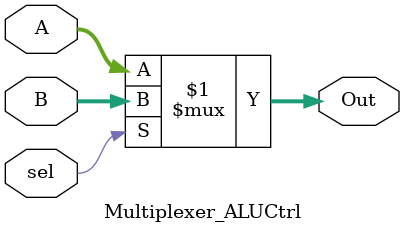
<source format=v>
module ALU(
    input signed [31:0] rdA,
    input signed [31:0] rdB,
    input [4:0]  ALUControl, // Expanded to 5 bits for M-extension
    output reg signed [31:0] ALUresult,
    output Carry, Zero
);

    wire [4:0] shamt;
    reg Cout;
    
    wire signed [63:0] mul_result;

    assign shamt = rdB[4:0];
    assign Carry = Cout;
    assign Zero  = ~|ALUresult; // Zero is true if ALUresult is all zeros

    assign mul_result = rdA * rdB;
    
    always @(*) begin
        ALUresult = 32'b0;
        Cout = 1'b0;

        case (ALUControl)
            // --- Original RV32I Operations ---
            5'b00000: {Cout, ALUresult} = rdA + rdB;
            5'b00001: ALUresult = rdA - rdB;
            5'b00010: ALUresult = rdA & rdB;
            5'b00011: ALUresult = rdA | rdB;
            5'b00100: ALUresult = rdA ^ rdB;
            5'b00101: ALUresult = ($signed(rdA) < $signed(rdB)) ? 32'd1 : 32'd0;
            5'b00110: ALUresult = ($unsigned(rdA) < $unsigned(rdB)) ? 32'd1 : 32'd0;
            5'b00111: ALUresult = rdA << shamt;
            5'b01000: ALUresult = rdA >> shamt;
            5'b01001: ALUresult = $signed(rdA) >>> shamt;
            // 5'b01001: ALUresult = 

            // --- New RV32M Operations ---
            // Multiplication
            5'b10000: ALUresult = mul_result[31:0];         // MUL: Lower 32 bits of signed multiplication
            5'b10001: ALUresult = mul_result[63:32];        // MULH: Upper 32 bits of signed multiplication
            5'b10010: ALUresult = ($unsigned(rdA) * $unsigned(rdB)) >> 32; // MULHU: Upper 32 bits of unsigned multiplication
            5'b10011: ALUresult = ($signed(rdA) * $unsigned(rdB)) >> 32; // MULHSU: Upper 32 bits of signed*unsigned
            
            // Division
            5'b10100: ALUresult = $signed(rdA) / $signed(rdB); // DIV: Signed Division
            5'b10101: ALUresult = $unsigned(rdA) / $unsigned(rdB); // DIVU: Unsigned Division

            // Remainder
            5'b10110: ALUresult = $signed(rdA) % $signed(rdB); // REM: Signed Remainder
            5'b10111: ALUresult = $unsigned(rdA) % $unsigned(rdB); // REMU: Unsigned Remainder

            default: ALUresult = 32'b0;
        endcase
    end

endmodule



module PC_ALU_Adder (A, B, Sum);

    input [31:0] A, B;
    output [31:0] Sum;

    assign Sum = A + B;
endmodule //PC_ALU_Asser


module Multiplexer_ALUCtrl(A, B, sel, Out);

    input [3:0] A, B;
    input sel;
    output [3:0] Out;

    assign Out = sel ? B : A;

endmodule





</source>
